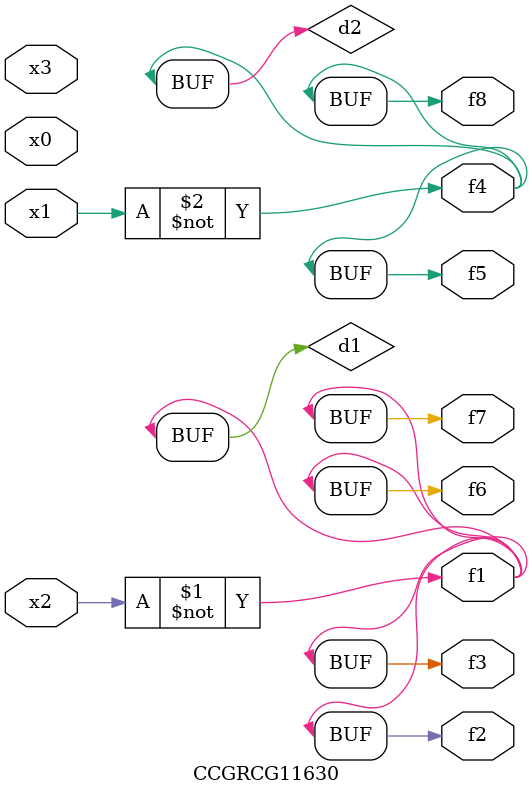
<source format=v>
module CCGRCG11630(
	input x0, x1, x2, x3,
	output f1, f2, f3, f4, f5, f6, f7, f8
);

	wire d1, d2;

	xnor (d1, x2);
	not (d2, x1);
	assign f1 = d1;
	assign f2 = d1;
	assign f3 = d1;
	assign f4 = d2;
	assign f5 = d2;
	assign f6 = d1;
	assign f7 = d1;
	assign f8 = d2;
endmodule

</source>
